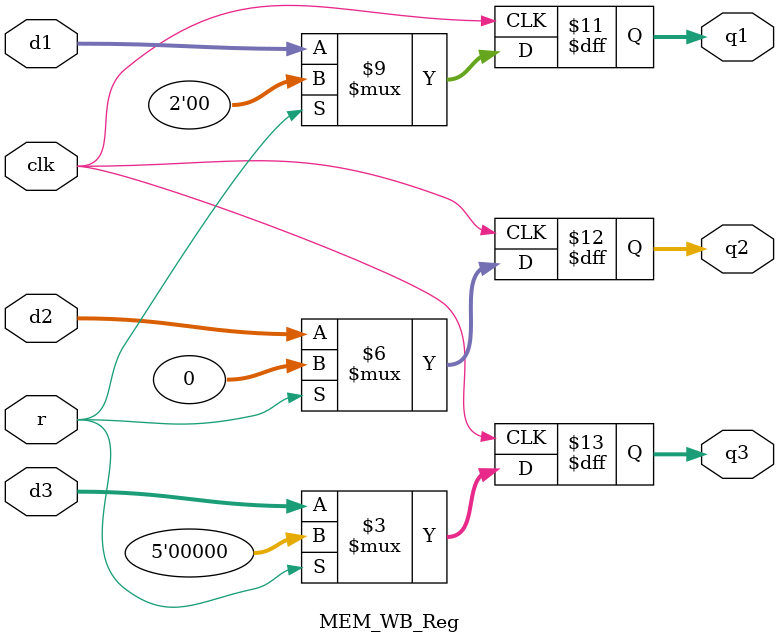
<source format=v>
`timescale 1ns / 1ps
module MEM_WB_Reg(d1,d2,d3,
					r,clk,q1,q2,q3
    );
	input r;
	input clk;
	input [1:0] d1;
	input [31:0]d2;
	input [4:0] d3;
	output [1:0] q1;
	output [31:0] q2;
	output [4:0] q3;
	reg [1:0] q1;
	reg [31:0] q2;
	reg [4:0] q3;
	always @ (posedge clk)
	if (r)
		begin
			q1 <= 0;
			q2 <= 0;
			q3 <= 0;
		end
	else
		begin
			q1 <= d1;
			q2 <= d2;
			q3 <= d3;
		end
endmodule

</source>
